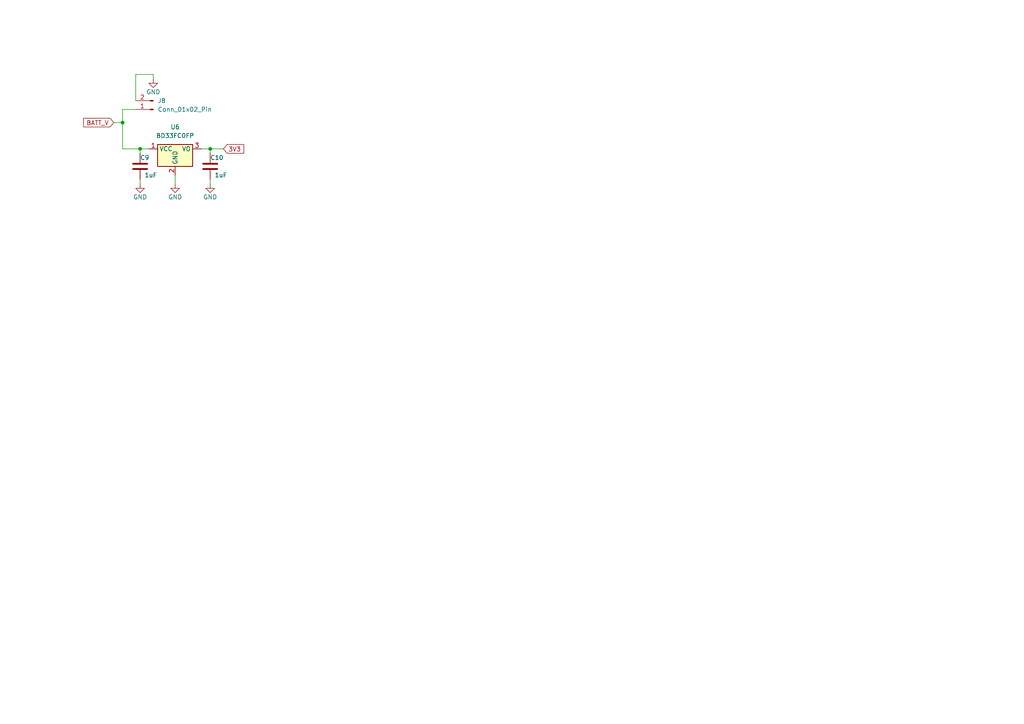
<source format=kicad_sch>
(kicad_sch (version 20230121) (generator eeschema)
  (paper "A4")
  (lib_symbols
    (symbol "Connector:Conn_01x02_Pin" (pin_names (offset 1.016) hide)
      (property "Reference" "J" (at 0 2.54 0))
      (property "Value" "Conn_01x02_Pin" (at 0 -5.08 0))
      (symbol "Conn_01x02_Pin_1_1"
        (polyline (pts (xy 1.27 -2.54) (xy 0.8636 -2.54)) (stroke (width 0.1524)))
        (polyline (pts (xy 1.27 0) (xy 0.8636 0)) (stroke (width 0.1524)))
        (rectangle (start 0.8636 -2.413) (end 0 -2.667) (stroke (width 0.1524)) (fill (type outline)))
        (rectangle (start 0.8636 0.127) (end 0 -0.127) (stroke (width 0.1524)) (fill (type outline)))
        (pin passive line (at 5.08 0 180) (length 3.81) (name "Pin_1") (number "1"))
        (pin passive line (at 5.08 -2.54 180) (length 3.81) (name "Pin_2") (number "2"))
      )
    )
    (symbol "Device:C" (pin_numbers hide) (pin_names (offset 0.254))
      (property "Reference" "C" (at 0.635 2.54 0))
      (property "Value" "C" (at 0.635 -2.54 0))
      (symbol "C_0_1"
        (polyline (pts (xy -2.032 -0.762) (xy 2.032 -0.762)) (stroke (width 0.508)))
        (polyline (pts (xy -2.032 0.762) (xy 2.032 0.762)) (stroke (width 0.508)))
      )
      (symbol "C_1_1"
        (pin passive line (at 0 3.81 270) (length 2.794) (name "~") (number "1"))
        (pin passive line (at 0 -3.81 90) (length 2.794) (name "~") (number "2"))
      )
    )
    (symbol "Regulator_Linear:BD33FC0FP"
      (property "Reference" "U" (at 0 7.62 0))
      (property "Value" "BD33FC0FP" (at 0 5.08 0))
      (symbol "BD33FC0FP_1_1"
        (rectangle (start -5.08 -5.08) (end 5.08 1.27) (stroke (width 0.254)) (fill (type background)))
        (pin power_in line (at -7.62 0 0) (length 2.54) (name "VCC") (number "1"))
        (pin power_in line (at 0 -7.62 90) (length 2.54) (name "GND") (number "2"))
        (pin power_out line (at 7.62 0 180) (length 2.54) (name "VO") (number "3"))
      )
    )
    (symbol "power:GND" (power) (pin_names (offset 0))
      (property "Value" "GND" (at 0 -3.81 0))
      (symbol "GND_0_1"
        (polyline (pts (xy 0 0) (xy 0 -1.27) (xy 1.27 -1.27) (xy 0 -2.54) (xy -1.27 -1.27) (xy 0 -1.27)))
      )
      (symbol "GND_1_1"
        (pin power_in line (at 0 0 270) (length 0) hide (name "GND") (number "1"))
      )
    )
  )
  (junction (at 60.96 43.18))
  (junction (at 35.56 35.56))
  (junction (at 40.64 43.18))
  (wire (pts (xy 35.56 31.75) (xy 35.56 35.56)))
  (wire (pts (xy 44.45 21.59) (xy 44.45 22.86)))
  (wire (pts (xy 33.02 35.56) (xy 35.56 35.56)))
  (wire (pts (xy 60.96 43.18) (xy 64.77 43.18)))
  (wire (pts (xy 60.96 52.07) (xy 60.96 53.34)))
  (wire (pts (xy 60.96 43.18) (xy 58.42 43.18)))
  (wire (pts (xy 35.56 43.18) (xy 40.64 43.18)))
  (wire (pts (xy 40.64 43.18) (xy 43.18 43.18)))
  (wire (pts (xy 35.56 31.75) (xy 39.37 31.75)))
  (wire (pts (xy 39.37 21.59) (xy 39.37 29.21)))
  (wire (pts (xy 39.37 21.59) (xy 44.45 21.59)))
  (wire (pts (xy 50.8 50.8) (xy 50.8 53.34)))
  (wire (pts (xy 35.56 35.56) (xy 35.56 43.18)))
  (wire (pts (xy 60.96 44.45) (xy 60.96 43.18)))
  (wire (pts (xy 40.64 43.18) (xy 40.64 44.45)))
  (wire (pts (xy 40.64 52.07) (xy 40.64 53.34)))
  (global_label "3V3" (shape input) (at 64.77 43.18 0) (property "Intersheetrefs" "${INTERSHEET_REFS}" (effects hide)))
  (global_label "BATT_V" (shape input) (at 33.02 35.56 180) (property "Intersheetrefs" "${INTERSHEET_REFS}" (effects hide)))
  (symbol (lib_id "power:GND") (at 44.45 22.86 0) (unit 1)
    (property "Reference" "#PWR030" (effects hide))
    (property "Value" "GND" (at 44.45 26.67 0))
    (instances (project "pulp" (path "" (reference "#PWR030") (unit 1)) (path "" (reference "#PWR028") (unit 1))))
  )
  (symbol (lib_id "Device:C") (at 60.96 48.26 0) (unit 1)
    (property "Reference" "C10" (at 60.96 45.72 0) (effects (justify left)))
    (property "Value" "1uF" (at 62.23 50.8 0) (effects (justify left)))
    (property "Footprint" "Capacitor_SMD:C_0201_0603Metric" (effects hide))
  )
  (symbol (lib_id "power:GND") (at 60.96 53.34 0) (unit 1)
    (property "Reference" "#PWR029" (effects hide))
    (property "Value" "GND" (at 60.96 57.15 0))
    (instances (project "pulp" (path "" (reference "#PWR029") (unit 1)) (path "" (reference "#PWR030") (unit 1))))
  )
  (symbol (lib_id "power:GND") (at 50.8 53.34 0) (unit 1)
    (property "Reference" "#PWR027" (effects hide))
    (property "Value" "GND" (at 50.8 57.15 0))
    (instances (project "pulp" (path "" (reference "#PWR027") (unit 1)) (path "" (reference "#PWR029") (unit 1))))
  )
  (symbol (lib_id "power:GND") (at 40.64 53.34 0) (unit 1)
    (property "Reference" "#PWR028" (effects hide))
    (property "Value" "GND" (at 40.64 57.15 0))
    (instances (project "pulp" (path "" (reference "#PWR028") (unit 1)) (path "" (reference "#PWR027") (unit 1))))
  )
  (symbol (lib_id "Device:C") (at 40.64 48.26 0) (unit 1)
    (property "Reference" "C9" (at 40.64 45.72 0) (effects (justify left)))
    (property "Value" "1uF" (at 41.91 50.8 0) (effects (justify left)))
    (property "Footprint" "Capacitor_SMD:C_0201_0603Metric" (effects hide))
  )
  (symbol (lib_id "Regulator_Linear:BD33FC0FP") (at 50.8 43.18 0) (unit 1)
    (property "Reference" "U6" (at 50.8 36.83 0))
    (property "Value" "BD33FC0FP" (at 50.8 39.37 0))
    (property "Footprint" "Package_TO_SOT_SMD:TO-252-2" (effects hide))
    (property "Datasheet" "https://fscdn.rohm.com/en/products/databook/datasheet/ic/power/linear_regulator/bdxxfc0wefj-e.pdf" (effects hide))
  )
  (symbol (lib_id "Connector:Conn_01x02_Pin") (at 44.45 31.75 180) (unit 1)
    (property "Reference" "J8" (at 45.72 29.21 0) (effects (justify right)))
    (property "Value" "Conn_01x02_Pin" (at 45.72 31.75 0) (effects (justify right)))
    (property "Footprint" "Connector_AMASS:AMASS_XT60-F_1x02_P7.20mm_Vertical" (effects hide))
  )
)
</source>
